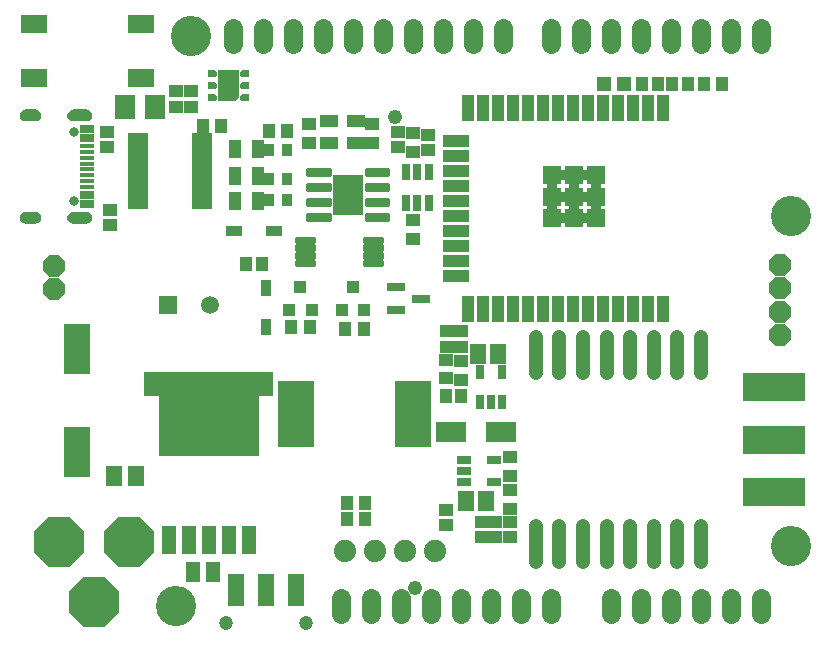
<source format=gbr>
G04 EAGLE Gerber RS-274X export*
G75*
%MOMM*%
%FSLAX34Y34*%
%LPD*%
%INSoldermask Top*%
%IPPOS*%
%AMOC8*
5,1,8,0,0,1.08239X$1,22.5*%
G01*
%ADD10C,3.403200*%
%ADD11C,1.625600*%
%ADD12R,1.303200X1.203200*%
%ADD13R,1.103200X2.203200*%
%ADD14R,2.203200X1.103200*%
%ADD15R,1.533200X1.533200*%
%ADD16C,0.911200*%
%ADD17R,1.103200X1.153200*%
%ADD18R,0.853200X1.103200*%
%ADD19R,1.103200X1.603200*%
%ADD20R,1.003200X1.103200*%
%ADD21R,1.003200X1.143200*%
%ADD22R,1.729200X0.638200*%
%ADD23R,1.143200X1.003200*%
%ADD24R,1.240000X0.400000*%
%ADD25R,1.240000X0.700000*%
%ADD26C,0.803200*%
%ADD27R,1.813200X2.023200*%
%ADD28R,2.303200X1.603200*%
%ADD29R,3.103200X5.603200*%
%ADD30R,1.511200X1.511200*%
%ADD31C,1.511200*%
%ADD32R,2.553200X1.753200*%
%ADD33R,1.223200X1.673200*%
%ADD34R,1.353200X1.653200*%
%ADD35R,2.203200X4.303200*%
%ADD36R,1.223200X2.363200*%
%ADD37R,8.533200X7.193200*%
%ADD38R,1.438200X2.113200*%
%ADD39P,4.549502X8X202.500000*%
%ADD40P,4.549502X8X112.500000*%
%ADD41C,2.153200*%
%ADD42R,1.403200X2.703200*%
%ADD43C,1.203200*%
%ADD44R,0.753200X1.403200*%
%ADD45C,0.301600*%
%ADD46C,0.353406*%
%ADD47R,2.616200X3.505200*%
%ADD48R,1.153200X1.103200*%
%ADD49R,1.603200X1.103200*%
%ADD50R,1.413200X0.933200*%
%ADD51R,1.524000X0.762000*%
%ADD52R,1.524000X0.711200*%
%ADD53P,2.034460X8X112.500000*%
%ADD54P,2.034460X8X292.500000*%
%ADD55R,0.753200X1.253200*%
%ADD56R,1.403200X1.653200*%
%ADD57R,1.203200X1.103200*%
%ADD58R,0.933200X1.413200*%
%ADD59C,1.219200*%
%ADD60R,5.283200X2.489200*%
%ADD61C,1.879600*%
%ADD62R,1.253200X0.753200*%
%ADD63C,1.219200*%

G36*
X189385Y453057D02*
X189385Y453057D01*
X189399Y453055D01*
X192685Y456341D01*
X192689Y456368D01*
X192699Y456376D01*
X192699Y479090D01*
X192663Y479137D01*
X192656Y479132D01*
X192650Y479139D01*
X175650Y479139D01*
X175603Y479103D01*
X175608Y479096D01*
X175601Y479090D01*
X175601Y453090D01*
X175637Y453043D01*
X175644Y453048D01*
X175650Y453041D01*
X189364Y453041D01*
X189385Y453057D01*
G37*
G36*
X63713Y349213D02*
X63713Y349213D01*
X63716Y349211D01*
X64828Y349336D01*
X64834Y349342D01*
X64839Y349339D01*
X65896Y349709D01*
X65900Y349716D01*
X65906Y349713D01*
X66854Y350309D01*
X66857Y350317D01*
X66862Y350316D01*
X67654Y351108D01*
X67655Y351116D01*
X67661Y351116D01*
X68257Y352064D01*
X68256Y352073D01*
X68261Y352074D01*
X68631Y353131D01*
X68630Y353135D01*
X68632Y353137D01*
X68630Y353140D01*
X68634Y353142D01*
X68759Y354255D01*
X68755Y354261D01*
X68759Y354265D01*
X68646Y355368D01*
X68640Y355374D01*
X68644Y355379D01*
X68288Y356428D01*
X68281Y356433D01*
X68283Y356438D01*
X67703Y357383D01*
X67696Y357386D01*
X67696Y357392D01*
X66921Y358183D01*
X66912Y358185D01*
X66912Y358190D01*
X65979Y358790D01*
X65971Y358789D01*
X65970Y358794D01*
X64927Y359171D01*
X64919Y359169D01*
X64916Y359174D01*
X63816Y359309D01*
X63813Y359307D01*
X63812Y359307D01*
X63810Y359309D01*
X52810Y359309D01*
X52807Y359307D01*
X52805Y359309D01*
X51680Y359194D01*
X51674Y359188D01*
X51669Y359191D01*
X50598Y358828D01*
X50594Y358821D01*
X50588Y358824D01*
X49625Y358231D01*
X49622Y358224D01*
X49616Y358225D01*
X48808Y357433D01*
X48807Y357425D01*
X48802Y357424D01*
X48190Y356473D01*
X48191Y356467D01*
X48187Y356464D01*
X48187Y356463D01*
X48186Y356463D01*
X47801Y355399D01*
X47804Y355391D01*
X47799Y355388D01*
X47661Y354266D01*
X47665Y354259D01*
X47661Y354255D01*
X47786Y353142D01*
X47792Y353136D01*
X47789Y353131D01*
X48159Y352074D01*
X48166Y352070D01*
X48163Y352064D01*
X48759Y351116D01*
X48767Y351113D01*
X48766Y351108D01*
X49558Y350316D01*
X49566Y350315D01*
X49566Y350309D01*
X50514Y349713D01*
X50523Y349714D01*
X50524Y349709D01*
X51581Y349339D01*
X51589Y349341D01*
X51592Y349336D01*
X52705Y349211D01*
X52708Y349213D01*
X52710Y349211D01*
X63710Y349211D01*
X63713Y349213D01*
G37*
G36*
X63713Y435713D02*
X63713Y435713D01*
X63716Y435711D01*
X64828Y435836D01*
X64834Y435842D01*
X64839Y435839D01*
X65896Y436209D01*
X65900Y436216D01*
X65906Y436213D01*
X66854Y436809D01*
X66857Y436817D01*
X66862Y436816D01*
X67654Y437608D01*
X67655Y437616D01*
X67661Y437616D01*
X68257Y438564D01*
X68256Y438573D01*
X68261Y438574D01*
X68631Y439631D01*
X68630Y439635D01*
X68632Y439637D01*
X68630Y439640D01*
X68634Y439642D01*
X68759Y440755D01*
X68755Y440762D01*
X68759Y440766D01*
X68634Y441878D01*
X68628Y441884D01*
X68631Y441889D01*
X68261Y442946D01*
X68255Y442950D01*
X68257Y442956D01*
X67661Y443904D01*
X67653Y443907D01*
X67654Y443912D01*
X66862Y444704D01*
X66854Y444705D01*
X66854Y444711D01*
X65906Y445307D01*
X65897Y445306D01*
X65896Y445311D01*
X64839Y445681D01*
X64831Y445679D01*
X64828Y445684D01*
X63716Y445809D01*
X63712Y445807D01*
X63710Y445809D01*
X52710Y445809D01*
X52707Y445807D01*
X52706Y445807D01*
X52705Y445809D01*
X51592Y445684D01*
X51586Y445678D01*
X51581Y445681D01*
X50524Y445311D01*
X50520Y445305D01*
X50514Y445307D01*
X49566Y444711D01*
X49563Y444703D01*
X49558Y444704D01*
X48766Y443912D01*
X48765Y443904D01*
X48759Y443904D01*
X48163Y442956D01*
X48164Y442947D01*
X48159Y442946D01*
X47789Y441889D01*
X47791Y441883D01*
X47787Y441880D01*
X47788Y441879D01*
X47786Y441878D01*
X47661Y440766D01*
X47665Y440758D01*
X47661Y440755D01*
X47786Y439642D01*
X47792Y439636D01*
X47789Y439631D01*
X48159Y438574D01*
X48166Y438570D01*
X48163Y438564D01*
X48759Y437616D01*
X48767Y437613D01*
X48766Y437608D01*
X49558Y436816D01*
X49566Y436815D01*
X49566Y436809D01*
X50514Y436213D01*
X50523Y436214D01*
X50524Y436209D01*
X51581Y435839D01*
X51589Y435841D01*
X51592Y435836D01*
X52705Y435711D01*
X52708Y435713D01*
X52710Y435711D01*
X63710Y435711D01*
X63713Y435713D01*
G37*
G36*
X20513Y435713D02*
X20513Y435713D01*
X20516Y435711D01*
X21628Y435836D01*
X21634Y435842D01*
X21639Y435839D01*
X22696Y436209D01*
X22700Y436216D01*
X22706Y436213D01*
X23654Y436809D01*
X23657Y436817D01*
X23662Y436816D01*
X24454Y437608D01*
X24455Y437616D01*
X24461Y437616D01*
X25057Y438564D01*
X25056Y438573D01*
X25061Y438574D01*
X25431Y439631D01*
X25430Y439635D01*
X25432Y439637D01*
X25430Y439640D01*
X25434Y439642D01*
X25559Y440755D01*
X25555Y440762D01*
X25559Y440766D01*
X25434Y441878D01*
X25428Y441884D01*
X25431Y441889D01*
X25061Y442946D01*
X25055Y442950D01*
X25057Y442956D01*
X24461Y443904D01*
X24453Y443907D01*
X24454Y443912D01*
X23662Y444704D01*
X23654Y444705D01*
X23654Y444711D01*
X22706Y445307D01*
X22697Y445306D01*
X22696Y445311D01*
X21639Y445681D01*
X21631Y445679D01*
X21628Y445684D01*
X20516Y445809D01*
X20512Y445807D01*
X20510Y445809D01*
X12510Y445809D01*
X12507Y445807D01*
X12506Y445807D01*
X12505Y445809D01*
X11392Y445684D01*
X11386Y445678D01*
X11381Y445681D01*
X10324Y445311D01*
X10320Y445305D01*
X10314Y445307D01*
X9366Y444711D01*
X9363Y444703D01*
X9358Y444704D01*
X8566Y443912D01*
X8565Y443904D01*
X8559Y443904D01*
X7963Y442956D01*
X7964Y442947D01*
X7959Y442946D01*
X7589Y441889D01*
X7591Y441883D01*
X7587Y441880D01*
X7588Y441879D01*
X7586Y441878D01*
X7461Y440766D01*
X7465Y440758D01*
X7461Y440755D01*
X7586Y439642D01*
X7592Y439636D01*
X7589Y439631D01*
X7959Y438574D01*
X7966Y438570D01*
X7963Y438564D01*
X8559Y437616D01*
X8567Y437613D01*
X8566Y437608D01*
X9358Y436816D01*
X9366Y436815D01*
X9366Y436809D01*
X10314Y436213D01*
X10323Y436214D01*
X10324Y436209D01*
X11381Y435839D01*
X11389Y435841D01*
X11392Y435836D01*
X12505Y435711D01*
X12508Y435713D01*
X12510Y435711D01*
X20510Y435711D01*
X20513Y435713D01*
G37*
G36*
X20513Y349213D02*
X20513Y349213D01*
X20516Y349211D01*
X21628Y349336D01*
X21634Y349342D01*
X21639Y349339D01*
X22696Y349709D01*
X22700Y349716D01*
X22706Y349713D01*
X23654Y350309D01*
X23657Y350317D01*
X23662Y350316D01*
X24454Y351108D01*
X24455Y351116D01*
X24461Y351116D01*
X25057Y352064D01*
X25056Y352073D01*
X25061Y352074D01*
X25431Y353131D01*
X25430Y353135D01*
X25432Y353137D01*
X25430Y353140D01*
X25434Y353142D01*
X25559Y354255D01*
X25555Y354262D01*
X25559Y354266D01*
X25434Y355378D01*
X25428Y355384D01*
X25431Y355389D01*
X25061Y356446D01*
X25055Y356450D01*
X25057Y356456D01*
X24461Y357404D01*
X24453Y357407D01*
X24454Y357412D01*
X23662Y358204D01*
X23654Y358205D01*
X23654Y358211D01*
X22706Y358807D01*
X22697Y358806D01*
X22696Y358811D01*
X21639Y359181D01*
X21631Y359179D01*
X21628Y359184D01*
X20516Y359309D01*
X20512Y359307D01*
X20510Y359309D01*
X12510Y359309D01*
X12507Y359307D01*
X12506Y359307D01*
X12505Y359309D01*
X11392Y359184D01*
X11386Y359178D01*
X11381Y359181D01*
X10324Y358811D01*
X10320Y358805D01*
X10314Y358807D01*
X9366Y358211D01*
X9363Y358203D01*
X9358Y358204D01*
X8566Y357412D01*
X8565Y357404D01*
X8559Y357404D01*
X7963Y356456D01*
X7964Y356447D01*
X7959Y356446D01*
X7589Y355389D01*
X7591Y355383D01*
X7587Y355380D01*
X7588Y355379D01*
X7586Y355378D01*
X7461Y354266D01*
X7465Y354258D01*
X7461Y354255D01*
X7586Y353142D01*
X7592Y353136D01*
X7589Y353131D01*
X7959Y352074D01*
X7966Y352070D01*
X7963Y352064D01*
X8559Y351116D01*
X8567Y351113D01*
X8566Y351108D01*
X9358Y350316D01*
X9366Y350315D01*
X9366Y350309D01*
X10314Y349713D01*
X10323Y349714D01*
X10324Y349709D01*
X11381Y349339D01*
X11389Y349341D01*
X11392Y349336D01*
X12505Y349211D01*
X12508Y349213D01*
X12510Y349211D01*
X20510Y349211D01*
X20513Y349213D01*
G37*
G36*
X173085Y473057D02*
X173085Y473057D01*
X173099Y473055D01*
X174685Y474641D01*
X174686Y474652D01*
X174687Y474653D01*
X174687Y474654D01*
X174689Y474668D01*
X174699Y474676D01*
X174699Y477504D01*
X174683Y477525D01*
X174685Y477539D01*
X173099Y479125D01*
X173072Y479129D01*
X173064Y479139D01*
X166650Y479139D01*
X166603Y479103D01*
X166608Y479096D01*
X166601Y479090D01*
X166601Y473090D01*
X166637Y473043D01*
X166644Y473048D01*
X166650Y473041D01*
X173064Y473041D01*
X173085Y473057D01*
G37*
G36*
X173085Y453057D02*
X173085Y453057D01*
X173099Y453055D01*
X174685Y454641D01*
X174686Y454652D01*
X174687Y454653D01*
X174687Y454654D01*
X174689Y454668D01*
X174699Y454676D01*
X174699Y457504D01*
X174683Y457525D01*
X174685Y457539D01*
X173099Y459125D01*
X173072Y459129D01*
X173064Y459139D01*
X166650Y459139D01*
X166603Y459103D01*
X166608Y459096D01*
X166601Y459090D01*
X166601Y453090D01*
X166637Y453043D01*
X166644Y453048D01*
X166650Y453041D01*
X173064Y453041D01*
X173085Y453057D01*
G37*
G36*
X173085Y463057D02*
X173085Y463057D01*
X173099Y463055D01*
X174685Y464641D01*
X174686Y464652D01*
X174687Y464653D01*
X174687Y464654D01*
X174689Y464668D01*
X174699Y464676D01*
X174699Y467504D01*
X174683Y467525D01*
X174685Y467539D01*
X173099Y469125D01*
X173072Y469129D01*
X173064Y469139D01*
X166650Y469139D01*
X166603Y469103D01*
X166608Y469096D01*
X166601Y469090D01*
X166601Y463090D01*
X166637Y463043D01*
X166644Y463048D01*
X166650Y463041D01*
X173064Y463041D01*
X173085Y463057D01*
G37*
G36*
X201697Y473077D02*
X201697Y473077D01*
X201692Y473084D01*
X201699Y473090D01*
X201699Y479090D01*
X201663Y479137D01*
X201656Y479132D01*
X201650Y479139D01*
X195236Y479139D01*
X195215Y479123D01*
X195201Y479125D01*
X193615Y477539D01*
X193612Y477512D01*
X193601Y477504D01*
X193601Y474676D01*
X193617Y474655D01*
X193615Y474641D01*
X195201Y473055D01*
X195228Y473052D01*
X195236Y473041D01*
X201650Y473041D01*
X201697Y473077D01*
G37*
G36*
X201697Y463077D02*
X201697Y463077D01*
X201692Y463084D01*
X201699Y463090D01*
X201699Y469090D01*
X201663Y469137D01*
X201656Y469132D01*
X201650Y469139D01*
X195236Y469139D01*
X195215Y469123D01*
X195201Y469125D01*
X193615Y467539D01*
X193612Y467512D01*
X193601Y467504D01*
X193601Y464676D01*
X193617Y464655D01*
X193615Y464641D01*
X195201Y463055D01*
X195228Y463052D01*
X195236Y463041D01*
X201650Y463041D01*
X201697Y463077D01*
G37*
G36*
X201697Y453077D02*
X201697Y453077D01*
X201692Y453084D01*
X201699Y453090D01*
X201699Y459090D01*
X201663Y459137D01*
X201656Y459132D01*
X201650Y459139D01*
X195236Y459139D01*
X195215Y459123D01*
X195201Y459125D01*
X193615Y457539D01*
X193612Y457512D01*
X193601Y457504D01*
X193601Y454676D01*
X193617Y454655D01*
X193615Y454641D01*
X195201Y453055D01*
X195228Y453052D01*
X195236Y453041D01*
X201650Y453041D01*
X201697Y453077D01*
G37*
D10*
X660400Y355600D03*
X660400Y76200D03*
X152400Y508000D03*
X139700Y25400D03*
D11*
X635000Y500888D02*
X635000Y515112D01*
X609600Y515112D02*
X609600Y500888D01*
X584200Y500888D02*
X584200Y515112D01*
X558800Y515112D02*
X558800Y500888D01*
X533400Y500888D02*
X533400Y515112D01*
X508000Y515112D02*
X508000Y500888D01*
X482600Y500888D02*
X482600Y515112D01*
X457200Y515112D02*
X457200Y500888D01*
X416560Y500888D02*
X416560Y515112D01*
X391160Y515112D02*
X391160Y500888D01*
X365760Y500888D02*
X365760Y515112D01*
X340360Y515112D02*
X340360Y500888D01*
X314960Y500888D02*
X314960Y515112D01*
X289560Y515112D02*
X289560Y500888D01*
X264160Y500888D02*
X264160Y515112D01*
X238760Y515112D02*
X238760Y500888D01*
X213360Y500888D02*
X213360Y515112D01*
X187960Y515112D02*
X187960Y500888D01*
X508000Y32512D02*
X508000Y18288D01*
X533400Y18288D02*
X533400Y32512D01*
X558800Y32512D02*
X558800Y18288D01*
X584200Y18288D02*
X584200Y32512D01*
X609600Y32512D02*
X609600Y18288D01*
X635000Y18288D02*
X635000Y32512D01*
X279400Y32512D02*
X279400Y18288D01*
X304800Y18288D02*
X304800Y32512D01*
X330200Y32512D02*
X330200Y18288D01*
X355600Y18288D02*
X355600Y32512D01*
X381000Y32512D02*
X381000Y18288D01*
X406400Y18288D02*
X406400Y32512D01*
X431800Y32512D02*
X431800Y18288D01*
X457200Y18288D02*
X457200Y32512D01*
D12*
X519040Y467360D03*
X502040Y467360D03*
D13*
X551710Y446950D03*
X539010Y446950D03*
X526310Y446950D03*
X513610Y446950D03*
X500910Y446950D03*
X488210Y446950D03*
X475510Y446950D03*
X462810Y446950D03*
X450110Y446950D03*
X437410Y446950D03*
X424710Y446950D03*
X412010Y446950D03*
X399310Y446950D03*
X386610Y446950D03*
D14*
X376610Y419100D03*
X376610Y406400D03*
X376610Y393700D03*
X376610Y381000D03*
X376610Y368300D03*
X376610Y355600D03*
X376610Y342900D03*
X376610Y330200D03*
X376610Y317500D03*
X376610Y304800D03*
D13*
X386610Y276950D03*
X399310Y276950D03*
X412010Y276950D03*
X424710Y276950D03*
X437410Y276950D03*
X450110Y276950D03*
X462810Y276950D03*
X475510Y276950D03*
X488210Y276950D03*
X500910Y276950D03*
X513610Y276950D03*
X526310Y276950D03*
X539010Y276950D03*
X551710Y276950D03*
D15*
X495060Y390300D03*
X495060Y371950D03*
X495060Y353600D03*
X476710Y390300D03*
X476710Y371950D03*
X476710Y353600D03*
X458360Y390300D03*
X458360Y371950D03*
X458360Y353600D03*
D16*
X495060Y381125D03*
X495060Y362775D03*
X485885Y390300D03*
X485885Y371950D03*
X485885Y353600D03*
X476710Y381125D03*
X476710Y362775D03*
X467535Y390300D03*
X467535Y371950D03*
X467535Y353600D03*
X458360Y381125D03*
X458360Y362775D03*
D17*
X237110Y261620D03*
X253110Y261620D03*
X602360Y467360D03*
X586360Y467360D03*
X298830Y260350D03*
X282830Y260350D03*
D18*
X233310Y369570D03*
X218810Y369570D03*
D19*
X189890Y368300D03*
X208890Y368300D03*
D20*
X235610Y275750D03*
X254610Y275750D03*
X245110Y295750D03*
X280060Y275750D03*
X299060Y275750D03*
X289560Y295750D03*
D21*
X573120Y467360D03*
X559720Y467360D03*
X547720Y467360D03*
X534320Y467360D03*
D22*
X161740Y365120D03*
X161740Y371480D03*
X161740Y377820D03*
X161740Y384180D03*
X161740Y390520D03*
X161740Y396880D03*
X161740Y403220D03*
X161740Y409580D03*
X161740Y415920D03*
X161740Y422280D03*
X107500Y422280D03*
X107500Y415920D03*
X107500Y409580D03*
X107500Y403220D03*
X107500Y396880D03*
X107500Y390520D03*
X107500Y384180D03*
X107500Y377820D03*
X107500Y371480D03*
X107500Y365120D03*
D18*
X233310Y411480D03*
X218810Y411480D03*
X233310Y387350D03*
X218810Y387350D03*
D19*
X189890Y412750D03*
X208890Y412750D03*
X189890Y389890D03*
X208890Y389890D03*
D23*
X83820Y361030D03*
X83820Y347630D03*
X139700Y461360D03*
X139700Y447960D03*
X81280Y413670D03*
X81280Y427070D03*
D24*
X64010Y415010D03*
X64010Y410010D03*
X64010Y405010D03*
X64010Y380010D03*
X64010Y385010D03*
X64010Y390010D03*
X64010Y400010D03*
X64010Y395010D03*
D25*
X64010Y429510D03*
X64010Y365510D03*
X64010Y421510D03*
X64010Y373510D03*
D26*
X53310Y426410D03*
X53310Y368610D03*
D27*
X96220Y448310D03*
X122220Y448310D03*
D23*
X152400Y447960D03*
X152400Y461360D03*
D28*
X19270Y517800D03*
X110270Y517800D03*
X19270Y472800D03*
X110270Y472800D03*
D29*
X241330Y187960D03*
X340330Y187960D03*
D30*
X133350Y280670D03*
D31*
X168350Y280670D03*
D32*
X372200Y172720D03*
X415200Y172720D03*
D33*
X154460Y54610D03*
X170660Y54610D03*
D34*
X105520Y135890D03*
X87520Y135890D03*
D35*
X55880Y155890D03*
X55880Y242890D03*
D36*
X133640Y81130D03*
X150640Y81130D03*
X167640Y81130D03*
X184640Y81130D03*
X201640Y81130D03*
D37*
X167640Y187880D03*
D38*
X215465Y213280D03*
X119815Y213280D03*
D39*
X70358Y29210D03*
D40*
X100330Y79248D03*
X40386Y79248D03*
D41*
X77978Y29210D03*
X62738Y29210D03*
X40386Y71628D03*
X40386Y86868D03*
X100330Y71628D03*
X100330Y86868D03*
D42*
X190900Y38930D03*
X215900Y38930D03*
X240900Y38930D03*
D43*
X181900Y11430D03*
X249900Y11430D03*
D44*
X334670Y366730D03*
X344170Y366730D03*
X353670Y366730D03*
X353670Y392730D03*
X334670Y392730D03*
X344170Y392730D03*
D45*
X256638Y333362D02*
X242022Y333362D01*
X242022Y336378D01*
X256638Y336378D01*
X256638Y333362D01*
X256638Y336227D02*
X242022Y336227D01*
X242022Y326862D02*
X256638Y326862D01*
X242022Y326862D02*
X242022Y329878D01*
X256638Y329878D01*
X256638Y326862D01*
X256638Y329727D02*
X242022Y329727D01*
X242022Y320362D02*
X256638Y320362D01*
X242022Y320362D02*
X242022Y323378D01*
X256638Y323378D01*
X256638Y320362D01*
X256638Y323227D02*
X242022Y323227D01*
X242022Y313862D02*
X256638Y313862D01*
X242022Y313862D02*
X242022Y316878D01*
X256638Y316878D01*
X256638Y313862D01*
X256638Y316727D02*
X242022Y316727D01*
X299622Y313862D02*
X314238Y313862D01*
X299622Y313862D02*
X299622Y316878D01*
X314238Y316878D01*
X314238Y313862D01*
X314238Y316727D02*
X299622Y316727D01*
X299622Y320362D02*
X314238Y320362D01*
X299622Y320362D02*
X299622Y323378D01*
X314238Y323378D01*
X314238Y320362D01*
X314238Y323227D02*
X299622Y323227D01*
X299622Y326862D02*
X314238Y326862D01*
X299622Y326862D02*
X299622Y329878D01*
X314238Y329878D01*
X314238Y326862D01*
X314238Y329727D02*
X299622Y329727D01*
X299622Y333362D02*
X314238Y333362D01*
X299622Y333362D02*
X299622Y336378D01*
X314238Y336378D01*
X314238Y333362D01*
X314238Y336227D02*
X299622Y336227D01*
D46*
X270099Y390181D02*
X251901Y390181D01*
X251901Y394679D01*
X270099Y394679D01*
X270099Y390181D01*
X270099Y393538D02*
X251901Y393538D01*
X251901Y377481D02*
X270099Y377481D01*
X251901Y377481D02*
X251901Y381979D01*
X270099Y381979D01*
X270099Y377481D01*
X270099Y380838D02*
X251901Y380838D01*
X251901Y364781D02*
X270099Y364781D01*
X251901Y364781D02*
X251901Y369279D01*
X270099Y369279D01*
X270099Y364781D01*
X270099Y368138D02*
X251901Y368138D01*
X251901Y352081D02*
X270099Y352081D01*
X251901Y352081D02*
X251901Y356579D01*
X270099Y356579D01*
X270099Y352081D01*
X270099Y355438D02*
X251901Y355438D01*
X301401Y352081D02*
X319599Y352081D01*
X301401Y352081D02*
X301401Y356579D01*
X319599Y356579D01*
X319599Y352081D01*
X319599Y355438D02*
X301401Y355438D01*
X301401Y364781D02*
X319599Y364781D01*
X301401Y364781D02*
X301401Y369279D01*
X319599Y369279D01*
X319599Y364781D01*
X319599Y368138D02*
X301401Y368138D01*
X301401Y377481D02*
X319599Y377481D01*
X301401Y377481D02*
X301401Y381979D01*
X319599Y381979D01*
X319599Y377481D01*
X319599Y380838D02*
X301401Y380838D01*
X301401Y390181D02*
X319599Y390181D01*
X301401Y390181D02*
X301401Y394679D01*
X319599Y394679D01*
X319599Y390181D01*
X319599Y393538D02*
X301401Y393538D01*
D47*
X285750Y373380D03*
D48*
X252730Y417450D03*
X252730Y433450D03*
D49*
X292100Y417220D03*
X292100Y436220D03*
X269240Y417220D03*
X269240Y436220D03*
D48*
X306070Y417450D03*
X306070Y433450D03*
D17*
X234060Y427990D03*
X218060Y427990D03*
D50*
X222540Y342900D03*
X188940Y342900D03*
D51*
X325628Y295148D03*
X325628Y276352D03*
D52*
X347472Y285750D03*
D23*
X369570Y258160D03*
X369570Y244760D03*
X381000Y258160D03*
X381000Y244760D03*
D21*
X212440Y314960D03*
X199040Y314960D03*
D48*
X340360Y410084D03*
X340360Y426084D03*
D23*
X353060Y424530D03*
X353060Y411130D03*
D48*
X340360Y336170D03*
X340360Y352170D03*
D23*
X327660Y413670D03*
X327660Y427070D03*
D53*
X36830Y293530D03*
X36830Y313530D03*
D54*
X651510Y314480D03*
X651510Y294480D03*
X651510Y274480D03*
X651510Y254480D03*
D55*
X396900Y197820D03*
X406400Y197820D03*
X415900Y197820D03*
X415900Y223820D03*
X396900Y223820D03*
D21*
X367950Y203200D03*
X381350Y203200D03*
D56*
X412360Y238760D03*
X395360Y238760D03*
D48*
X381000Y216790D03*
X381000Y232790D03*
D57*
X368300Y218060D03*
X368300Y234060D03*
D58*
X215900Y294930D03*
X215900Y261330D03*
D59*
X444320Y92790D02*
X444320Y62310D01*
X444320Y222310D02*
X444320Y252790D01*
X464320Y92790D02*
X464320Y62310D01*
X484320Y62310D02*
X484320Y92790D01*
X504320Y92790D02*
X504320Y62310D01*
X524320Y62310D02*
X524320Y92790D01*
X544320Y92790D02*
X544320Y62310D01*
X564320Y62310D02*
X564320Y92790D01*
X584320Y92790D02*
X584320Y62310D01*
X464320Y222310D02*
X464320Y252790D01*
X484320Y252790D02*
X484320Y222310D01*
X504320Y222310D02*
X504320Y252790D01*
X524320Y252790D02*
X524320Y222310D01*
X544320Y222310D02*
X544320Y252790D01*
X564320Y252790D02*
X564320Y222310D01*
X584320Y222310D02*
X584320Y252790D01*
D60*
X646176Y166370D03*
X646176Y122174D03*
X646176Y210566D03*
D23*
X398780Y83470D03*
X398780Y96870D03*
D61*
X283210Y72390D03*
X308610Y72390D03*
X334010Y72390D03*
X359410Y72390D03*
D17*
X284100Y113030D03*
X300100Y113030D03*
X284100Y99060D03*
X300100Y99060D03*
D23*
X410210Y83470D03*
X410210Y96870D03*
X422910Y83470D03*
X422910Y96870D03*
D62*
X383240Y149200D03*
X383240Y139700D03*
X383240Y130200D03*
X409240Y130200D03*
X409240Y149200D03*
D23*
X368300Y107030D03*
X368300Y93630D03*
D56*
X385200Y114300D03*
X402200Y114300D03*
D48*
X422910Y135510D03*
X422910Y151510D03*
D57*
X422910Y123570D03*
X422910Y107570D03*
D17*
X162180Y431800D03*
X178180Y431800D03*
D63*
X341903Y40367D03*
X325120Y439420D03*
M02*

</source>
